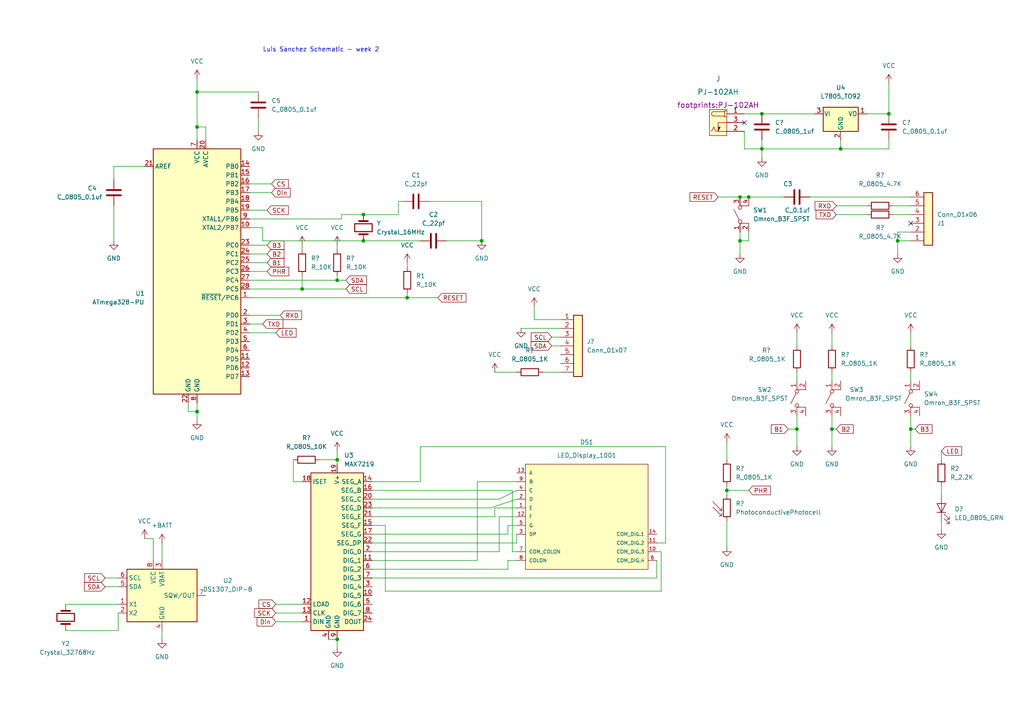
<source format=kicad_sch>
(kicad_sch (version 20211123) (generator eeschema)
  (paper "A4")
  (lib_symbols
    (symbol "HPS:+BATT" (power) (pin_names (offset 0))
      (property "Value" "+BATT" (at 0 3.556 0))
      (symbol "+BATT_1_1"
        (pin power_in line (at 0 0 90) (length 0) hide (name "+BATT") (number "1"))
      )
    )
    (symbol "HPS:ATmega328-PU"
      (property "Reference" "U" (at -11.43 39.37 0))
      (property "Value" "ATmega328-PU" (at -17.78 38.1 0))
      (symbol "ATmega328-PU_1_1"
        (pin tri_state line (at 15.24 -7.62 180) (length 2.54) (name "~{RESET}/PC6") (number "1"))
        (pin tri_state line (at 15.24 12.7 180) (length 2.54) (name "XTAL2/PB7") (number "10"))
        (pin tri_state line (at 15.24 -25.4 180) (length 2.54) (name "PD5") (number "11"))
        (pin tri_state line (at 15.24 -27.94 180) (length 2.54) (name "PD6") (number "12"))
        (pin tri_state line (at 15.24 -30.48 180) (length 2.54) (name "PD7") (number "13"))
        (pin tri_state line (at 15.24 30.48 180) (length 2.54) (name "PB0") (number "14"))
        (pin tri_state line (at 15.24 27.94 180) (length 2.54) (name "PB1") (number "15"))
        (pin tri_state line (at 15.24 25.4 180) (length 2.54) (name "PB2") (number "16"))
        (pin tri_state line (at 15.24 22.86 180) (length 2.54) (name "PB3") (number "17"))
        (pin tri_state line (at 15.24 20.32 180) (length 2.54) (name "PB4") (number "18"))
        (pin tri_state line (at 15.24 17.78 180) (length 2.54) (name "PB5") (number "19"))
        (pin tri_state line (at 15.24 -12.7 180) (length 2.54) (name "PD0") (number "2"))
        (pin power_in line (at 2.54 38.1 270) (length 2.54) (name "AVCC") (number "20"))
        (pin passive line (at -15.24 30.48 0) (length 2.54) (name "AREF") (number "21"))
        (pin power_in line (at -2.54 -38.1 90) (length 2.54) (name "GND") (number "22"))
        (pin tri_state line (at 15.24 7.62 180) (length 2.54) (name "PC0") (number "23"))
        (pin tri_state line (at 15.24 5.08 180) (length 2.54) (name "PC1") (number "24"))
        (pin tri_state line (at 15.24 2.54 180) (length 2.54) (name "PC2") (number "25"))
        (pin tri_state line (at 15.24 0 180) (length 2.54) (name "PC3") (number "26"))
        (pin tri_state line (at 15.24 -2.54 180) (length 2.54) (name "PC4") (number "27"))
        (pin tri_state line (at 15.24 -5.08 180) (length 2.54) (name "PC5") (number "28"))
        (pin tri_state line (at 15.24 -15.24 180) (length 2.54) (name "PD1") (number "3"))
        (pin tri_state line (at 15.24 -17.78 180) (length 2.54) (name "PD2") (number "4"))
        (pin tri_state line (at 15.24 -20.32 180) (length 2.54) (name "PD3") (number "5"))
        (pin tri_state line (at 15.24 -22.86 180) (length 2.54) (name "PD4") (number "6"))
        (pin power_in line (at 0 38.1 270) (length 2.54) (name "VCC") (number "7"))
        (pin power_in line (at 0 -38.1 90) (length 2.54) (name "GND") (number "8"))
        (pin tri_state line (at 15.24 15.24 180) (length 2.54) (name "XTAL1/PB6") (number "9"))
      )
    )
    (symbol "HPS:C_0805_0.1uf" (pin_numbers hide) (pin_names (offset 0.254))
      (property "Reference" "C" (at 0.635 2.54 0))
      (property "Value" "C_0805_0.1uf" (at 0.635 -2.54 0))
      (symbol "C_0805_0.1uf_1_1"
        (pin passive line (at 0 3.81 270) (length 2.794) (name "~") (number "1"))
        (pin passive line (at 0 -3.81 90) (length 2.794) (name "~") (number "2"))
      )
    )
    (symbol "HPS:C_0805_1uf" (pin_numbers hide) (pin_names (offset 0.254))
      (property "Reference" "C" (at 0.635 2.54 0))
      (property "Value" "C_0805_1uf" (at 0.635 -2.54 0))
      (symbol "C_0805_1uf_1_1"
        (pin passive line (at 0 3.81 270) (length 2.794) (name "~") (number "1"))
        (pin passive line (at 0 -3.81 90) (length 2.794) (name "~") (number "2"))
      )
    )
    (symbol "HPS:C_0805_22pf" (pin_numbers hide) (pin_names (offset 0.254))
      (property "Reference" "C" (at 0.635 2.54 0))
      (property "Value" "C_0805_22pf" (at 0.635 -2.54 0))
      (symbol "C_0805_22pf_1_1"
        (pin passive line (at 0 3.81 270) (length 2.794) (name "~") (number "1"))
        (pin passive line (at 0 -3.81 90) (length 2.794) (name "~") (number "2"))
      )
    )
    (symbol "HPS:Conn_01x06" (pin_names (offset 1.016) hide)
      (property "Reference" "J" (at 0 7.62 0))
      (property "Value" "Conn_01x06" (at 0 -10.16 0))
      (symbol "Conn_01x06_1_1"
        (pin passive line (at -5.08 5.08 0) (length 3.81) (name "Pin_1") (number "1"))
        (pin passive line (at -5.08 2.54 0) (length 3.81) (name "Pin_2") (number "2"))
        (pin passive line (at -5.08 0 0) (length 3.81) (name "Pin_3") (number "3"))
        (pin passive line (at -5.08 -2.54 0) (length 3.81) (name "Pin_4") (number "4"))
        (pin passive line (at -5.08 -5.08 0) (length 3.81) (name "Pin_5") (number "5"))
        (pin passive line (at -5.08 -7.62 0) (length 3.81) (name "Pin_6") (number "6"))
      )
    )
    (symbol "HPS:Conn_01x07" (pin_names (offset 1.016) hide)
      (property "Reference" "J" (at 0 10.16 0))
      (property "Value" "Conn_01x07" (at 0 -10.16 0))
      (symbol "Conn_01x07_1_1"
        (pin passive line (at -5.08 7.62 0) (length 3.81) (name "Pin_1") (number "1"))
        (pin passive line (at -5.08 5.08 0) (length 3.81) (name "Pin_2") (number "2"))
        (pin passive line (at -5.08 2.54 0) (length 3.81) (name "Pin_3") (number "3"))
        (pin passive line (at -5.08 0 0) (length 3.81) (name "Pin_4") (number "4"))
        (pin passive line (at -5.08 -2.54 0) (length 3.81) (name "Pin_5") (number "5"))
        (pin passive line (at -5.08 -5.08 0) (length 3.81) (name "Pin_6") (number "6"))
        (pin passive line (at -5.08 -7.62 0) (length 3.81) (name "Pin_7") (number "7"))
      )
    )
    (symbol "HPS:Crystal_16MHz" (pin_numbers hide) (pin_names (offset 1.016) hide)
      (property "Reference" "Y" (at 0 3.81 0))
      (property "Value" "Crystal_16MHz" (at 0 -3.81 0))
      (symbol "Crystal_16MHz_1_1"
        (pin passive line (at -3.81 0 0) (length 1.27) (name "1") (number "1"))
        (pin passive line (at 3.81 0 180) (length 1.27) (name "2") (number "2"))
      )
    )
    (symbol "HPS:Crystal_32768Hz" (pin_numbers hide) (pin_names (offset 1.016) hide)
      (property "Reference" "Y" (at 0 3.81 0))
      (property "Value" "Crystal_32768Hz" (at 0 -3.81 0))
      (symbol "Crystal_32768Hz_1_1"
        (pin passive line (at -3.81 0 0) (length 1.27) (name "1") (number "1"))
        (pin passive line (at 3.81 0 180) (length 1.27) (name "2") (number "2"))
      )
    )
    (symbol "HPS:DS1307_DIP-8"
      (property "Reference" "U" (at -8.89 8.89 0))
      (property "Value" "DS1307_DIP-8" (at 1.27 8.89 0))
      (symbol "DS1307_DIP-8_1_1"
        (pin input line (at -12.7 -2.54 0) (length 2.54) (name "X1") (number "1"))
        (pin input line (at -12.7 -5.08 0) (length 2.54) (name "X2") (number "2"))
        (pin power_in line (at 0 10.16 270) (length 2.54) (name "VBAT") (number "3"))
        (pin power_in line (at 0 -10.16 90) (length 2.54) (name "GND") (number "4"))
        (pin bidirectional line (at -12.7 2.54 0) (length 2.54) (name "SDA") (number "5"))
        (pin input line (at -12.7 5.08 0) (length 2.54) (name "SCL") (number "6"))
        (pin open_collector line (at 12.7 0 180) (length 2.54) (name "SQW/OUT") (number "7"))
        (pin power_in line (at -2.54 10.16 270) (length 2.54) (name "VCC") (number "8"))
      )
    )
    (symbol "HPS:GND" (power) (pin_names (offset 0))
      (property "Value" "GND" (at 0 -3.81 0))
      (symbol "GND_1_1"
        (pin power_in line (at 0 0 270) (length 0) hide (name "GND") (number "1"))
      )
    )
    (symbol "HPS:L7805_TO92" (pin_names (offset 0.254))
      (property "Reference" "U" (at -5.08 6.35 0))
      (property "Value" "L7805_TO92" (at -5.08 3.81 0))
      (symbol "L7805_TO92_1_1"
        (pin power_out line (at 7.62 0 180) (length 2.54) (name "VO") (number "1"))
        (pin power_in line (at 0 -7.62 90) (length 2.54) (name "GND") (number "2"))
        (pin power_in line (at -7.62 0 0) (length 2.54) (name "VI") (number "3"))
      )
    )
    (symbol "HPS:LED_0805_GRN" (pin_numbers hide) (pin_names (offset 1.016) hide)
      (property "Reference" "D" (at 0 2.54 0))
      (property "Value" "LED_0805_GRN" (at 0 -2.54 0))
      (symbol "LED_0805_GRN_1_1"
        (pin passive line (at -3.81 0 0) (length 2.54) (name "K") (number "1"))
        (pin passive line (at 3.81 0 180) (length 2.54) (name "A") (number "2"))
      )
    )
    (symbol "HPS:LED_Display_1001" (pin_names (offset 1.016))
      (property "Reference" "DS" (at 5.08 24.13 0))
      (property "Value" "LED_Display_1001" (at 5.08 21.59 0))
      (symbol "LED_Display_1001_1_1"
        (pin passive line (at 43.18 7.62 180) (length 2.54) (name "E") (number "1"))
        (pin passive line (at 2.54 -5.08 0) (length 2.54) (name "COM_DIG.3") (number "10"))
        (pin passive line (at 2.54 -2.54 0) (length 2.54) (name "COM_DIG.2") (number "11"))
        (pin passive line (at 43.18 5.08 180) (length 2.54) (name "F") (number "12"))
        (pin passive line (at 43.18 17.78 180) (length 2.54) (name "A") (number "13"))
        (pin passive line (at 2.54 0 0) (length 2.54) (name "COM_DIG.1") (number "14"))
        (pin passive line (at 43.18 10.16 180) (length 2.54) (name "D") (number "2"))
        (pin passive line (at 43.18 0 180) (length 2.54) (name "DP") (number "3"))
        (pin passive line (at 43.18 12.7 180) (length 2.54) (name "C") (number "4"))
        (pin passive line (at 43.18 2.54 180) (length 2.54) (name "G") (number "5"))
        (pin passive line (at 2.54 -7.62 0) (length 2.54) (name "COM_DIG.4") (number "6"))
        (pin passive line (at 43.18 -5.08 180) (length 2.54) (name "COM_COLON") (number "7"))
        (pin passive line (at 43.18 -7.62 180) (length 2.54) (name "COLON") (number "8"))
        (pin passive line (at 43.18 15.24 180) (length 2.54) (name "B") (number "9"))
      )
    )
    (symbol "HPS:MAX7219"
      (property "Reference" "U" (at -6.35 24.13 0))
      (property "Value" "MAX7219" (at 0 25.4 0))
      (symbol "MAX7219_1_1"
        (pin input line (at -10.16 -20.32 0) (length 2.54) (name "DIN") (number "1"))
        (pin output line (at 10.16 -12.7 180) (length 2.54) (name "DIG_5") (number "10"))
        (pin output line (at 10.16 -2.54 180) (length 2.54) (name "DIG_1") (number "11"))
        (pin input line (at -10.16 -15.24 0) (length 2.54) (name "LOAD") (number "12"))
        (pin input line (at -10.16 -17.78 0) (length 2.54) (name "CLK") (number "13"))
        (pin output line (at 10.16 20.32 180) (length 2.54) (name "SEG_A") (number "14"))
        (pin output line (at 10.16 7.62 180) (length 2.54) (name "SEG_F") (number "15"))
        (pin output line (at 10.16 17.78 180) (length 2.54) (name "SEG_B") (number "16"))
        (pin output line (at 10.16 5.08 180) (length 2.54) (name "SEG_G") (number "17"))
        (pin input line (at -10.16 20.32 0) (length 2.54) (name "ISET") (number "18"))
        (pin power_in line (at 0 25.4 270) (length 2.54) (name "V+") (number "19"))
        (pin output line (at 10.16 0 180) (length 2.54) (name "DIG_0") (number "2"))
        (pin output line (at 10.16 15.24 180) (length 2.54) (name "SEG_C") (number "20"))
        (pin output line (at 10.16 10.16 180) (length 2.54) (name "SEG_E") (number "21"))
        (pin output line (at 10.16 2.54 180) (length 2.54) (name "SEG_DP") (number "22"))
        (pin output line (at 10.16 12.7 180) (length 2.54) (name "SEG_D") (number "23"))
        (pin output line (at 10.16 -20.32 180) (length 2.54) (name "DOUT") (number "24"))
        (pin output line (at 10.16 -10.16 180) (length 2.54) (name "DIG_4") (number "3"))
        (pin power_in line (at -2.54 -25.4 90) (length 2.54) (name "GND") (number "4"))
        (pin output line (at 10.16 -15.24 180) (length 2.54) (name "DIG_6") (number "5"))
        (pin output line (at 10.16 -5.08 180) (length 2.54) (name "DIG_2") (number "6"))
        (pin output line (at 10.16 -7.62 180) (length 2.54) (name "DIG_3") (number "7"))
        (pin output line (at 10.16 -17.78 180) (length 2.54) (name "DIG_7") (number "8"))
        (pin power_in line (at 0 -25.4 90) (length 2.54) (name "GND") (number "9"))
      )
    )
    (symbol "HPS:Omron_B3F_SPST" (pin_names (offset 0) hide)
      (property "Reference" "SW" (at 0 5.08 0))
      (property "Value" "Omron_B3F_SPST" (at 0 2.54 0))
      (symbol "Omron_B3F_SPST_1_1"
        (pin passive line (at -5.08 0 0) (length 2.54) (name "A") (number "1"))
        (pin passive line (at -5.08 -2.54 0) (length 2.54) (name "A") (number "2"))
        (pin passive line (at 5.08 0 180) (length 2.54) (name "B") (number "3"))
        (pin passive line (at 5.08 -2.54 180) (length 2.54) (name "B") (number "4"))
      )
    )
    (symbol "HPS:PJ-102AH" (pin_names (offset 1.016) hide)
      (property "Reference" "J" (at -2.54 5.08 0))
      (property "Value" "PJ-102AH" (at 0 -5.334 0))
      (property "Footprint" "footprints:PJ-102AH" (at 0 -7.874 0))
      (symbol "PJ-102AH_1_1"
        (pin passive line (at 5.08 2.54 180) (length 5.08) (name "POLE") (number "1"))
        (pin passive line (at 5.08 -2.54 180) (length 5.08) (name "OUT") (number "2"))
        (pin passive line (at 5.08 0 180) (length 5.08) (name "OUT") (number "3"))
      )
    )
    (symbol "HPS:PhotoconductivePhotocell" (pin_numbers hide) (pin_names (offset 0))
      (property "Reference" "R" (at 5.08 1.27 0))
      (property "Value" "PhotoconductivePhotocell" (at 13.97 0 0))
      (symbol "PhotoconductivePhotocell_1_1"
        (pin passive line (at 0 3.81 270) (length 1.27) (name "~") (number "1"))
        (pin passive line (at 0 -3.81 90) (length 1.27) (name "~") (number "2"))
      )
    )
    (symbol "HPS:R_0805_10K" (pin_numbers hide) (pin_names (offset 0))
      (property "Reference" "R" (at 2.032 0 90))
      (property "Value" "R_0805_10K" (at -2.54 0 90))
      (symbol "R_0805_10K_1_1"
        (pin passive line (at 0 3.81 270) (length 1.27) (name "~") (number "1"))
        (pin passive line (at 0 -3.81 90) (length 1.27) (name "~") (number "2"))
      )
    )
    (symbol "HPS:R_0805_1K" (pin_numbers hide) (pin_names (offset 0))
      (property "Reference" "R" (at 2.032 0 90))
      (property "Value" "R_0805_1K" (at -2.54 0 90))
      (symbol "R_0805_1K_1_1"
        (pin passive line (at 0 3.81 270) (length 1.27) (name "~") (number "1"))
        (pin passive line (at 0 -3.81 90) (length 1.27) (name "~") (number "2"))
      )
    )
    (symbol "HPS:R_0805_2.2K" (pin_numbers hide) (pin_names (offset 0))
      (property "Reference" "R" (at 2.032 0 90))
      (property "Value" "R_0805_2.2K" (at -2.54 0 90))
      (symbol "R_0805_2.2K_1_1"
        (pin passive line (at 0 3.81 270) (length 1.27) (name "~") (number "1"))
        (pin passive line (at 0 -3.81 90) (length 1.27) (name "~") (number "2"))
      )
    )
    (symbol "HPS:R_0805_4.7K" (pin_numbers hide) (pin_names (offset 0))
      (property "Reference" "R" (at 2.032 0 90))
      (property "Value" "R_0805_4.7K" (at -2.54 0 90))
      (symbol "R_0805_4.7K_1_1"
        (pin passive line (at 0 3.81 270) (length 1.27) (name "~") (number "1"))
        (pin passive line (at 0 -3.81 90) (length 1.27) (name "~") (number "2"))
      )
    )
    (symbol "HPS:VCC" (power) (pin_names (offset 0))
      (property "Value" "VCC" (at 0 3.81 0))
      (symbol "VCC_1_1"
        (pin power_in line (at 0 0 90) (length 0) hide (name "VCC") (number "1"))
      )
    )
  )
  (junction (at 220.98 33.02))
  (junction (at 210.82 142.24))
  (junction (at 217.17 57.15))
  (junction (at 139.7 69.85))
  (junction (at 57.15 26.67))
  (junction (at 97.79 133.35))
  (junction (at 105.41 62.23))
  (junction (at 257.81 33.02))
  (junction (at 97.79 81.28))
  (junction (at 231.14 124.46))
  (junction (at 57.15 119.38))
  (junction (at 241.3 124.46))
  (junction (at 105.41 69.85))
  (junction (at 260.35 69.85))
  (junction (at 57.15 36.83))
  (junction (at 243.84 43.18))
  (junction (at 87.63 83.82))
  (junction (at 97.79 185.42))
  (junction (at 220.98 43.18))
  (junction (at 118.11 86.36))
  (junction (at 264.16 124.46))
  (junction (at 214.63 57.15))
  (junction (at 214.63 69.85))
  (no_connect (at 215.9 35.56))
  (no_connect (at 264.16 64.77))
  (wire (pts (xy 118.11 76.2) (xy 118.11 77.47)))
  (wire (pts (xy 107.95 162.56) (xy 138.43 162.56)))
  (wire (pts (xy 273.05 151.13) (xy 273.05 153.67)))
  (wire (pts (xy 59.69 36.83) (xy 59.69 40.64)))
  (wire (pts (xy 57.15 36.83) (xy 59.69 36.83)))
  (wire (pts (xy 76.2 69.85) (xy 76.2 66.04)))
  (wire (pts (xy 97.79 185.42) (xy 97.79 187.96)))
  (wire (pts (xy 46.99 157.48) (xy 46.99 162.56)))
  (wire (pts (xy 251.46 62.23) (xy 242.57 62.23)))
  (wire (pts (xy 41.91 156.21) (xy 44.45 156.21)))
  (wire (pts (xy 210.82 140.97) (xy 210.82 142.24)))
  (wire (pts (xy 143.51 147.32) (xy 149.86 147.32)))
  (wire (pts (xy 151.13 95.25) (xy 162.56 95.25)))
  (wire (pts (xy 97.79 80.01) (xy 97.79 81.28)))
  (wire (pts (xy 147.32 152.4) (xy 149.86 152.4)))
  (wire (pts (xy 99.06 62.23) (xy 105.41 62.23)))
  (wire (pts (xy 217.17 57.15) (xy 227.33 57.15)))
  (wire (pts (xy 80.01 177.8) (xy 87.63 177.8)))
  (wire (pts (xy 143.51 149.86) (xy 143.51 147.32)))
  (wire (pts (xy 144.78 160.02) (xy 144.78 149.86)))
  (wire (pts (xy 33.02 52.07) (xy 33.02 48.26)))
  (wire (pts (xy 78.74 55.88) (xy 72.39 55.88)))
  (wire (pts (xy 97.79 71.12) (xy 97.79 72.39)))
  (wire (pts (xy 142.24 147.32) (xy 149.86 144.78)))
  (wire (pts (xy 72.39 96.52) (xy 80.01 96.52)))
  (wire (pts (xy 124.46 58.42) (xy 139.7 58.42)))
  (wire (pts (xy 191.77 171.45) (xy 191.77 160.02)))
  (wire (pts (xy 115.57 58.42) (xy 116.84 58.42)))
  (wire (pts (xy 97.79 81.28) (xy 72.39 81.28)))
  (wire (pts (xy 85.09 133.35) (xy 85.09 139.7)))
  (wire (pts (xy 33.02 59.69) (xy 33.02 69.85)))
  (wire (pts (xy 264.16 67.31) (xy 260.35 67.31)))
  (wire (pts (xy 138.43 162.56) (xy 138.43 139.7)))
  (wire (pts (xy 72.39 86.36) (xy 118.11 86.36)))
  (wire (pts (xy 105.41 62.23) (xy 115.57 62.23)))
  (wire (pts (xy 19.05 175.26) (xy 34.29 175.26)))
  (wire (pts (xy 193.04 157.48) (xy 193.04 129.54)))
  (wire (pts (xy 80.01 175.26) (xy 87.63 175.26)))
  (wire (pts (xy 264.16 124.46) (xy 264.16 129.54)))
  (wire (pts (xy 97.79 130.81) (xy 97.79 133.35)))
  (wire (pts (xy 57.15 26.67) (xy 74.93 26.67)))
  (wire (pts (xy 144.78 144.78) (xy 149.86 142.24)))
  (wire (pts (xy 215.9 43.18) (xy 220.98 43.18)))
  (wire (pts (xy 260.35 67.31) (xy 260.35 69.85)))
  (wire (pts (xy 107.95 165.1) (xy 147.32 165.1)))
  (wire (pts (xy 210.82 151.13) (xy 210.82 158.75)))
  (wire (pts (xy 85.09 139.7) (xy 87.63 139.7)))
  (wire (pts (xy 264.16 120.65) (xy 264.16 124.46)))
  (wire (pts (xy 193.04 129.54) (xy 121.92 129.54)))
  (wire (pts (xy 242.57 59.69) (xy 251.46 59.69)))
  (wire (pts (xy 215.9 38.1) (xy 215.9 43.18)))
  (wire (pts (xy 72.39 63.5) (xy 99.06 63.5)))
  (wire (pts (xy 107.95 149.86) (xy 143.51 149.86)))
  (wire (pts (xy 149.86 160.02) (xy 148.59 160.02)))
  (wire (pts (xy 30.48 170.18) (xy 34.29 170.18)))
  (wire (pts (xy 147.32 162.56) (xy 149.86 162.56)))
  (wire (pts (xy 99.06 63.5) (xy 99.06 62.23)))
  (wire (pts (xy 160.02 97.79) (xy 162.56 97.79)))
  (wire (pts (xy 220.98 43.18) (xy 220.98 45.72)))
  (wire (pts (xy 57.15 119.38) (xy 57.15 121.92)))
  (wire (pts (xy 241.3 96.52) (xy 241.3 100.33)))
  (wire (pts (xy 264.16 57.15) (xy 234.95 57.15)))
  (wire (pts (xy 107.95 167.64) (xy 190.5 167.64)))
  (wire (pts (xy 77.47 73.66) (xy 72.39 73.66)))
  (wire (pts (xy 121.92 139.7) (xy 107.95 139.7)))
  (wire (pts (xy 148.59 160.02) (xy 148.59 142.24)))
  (wire (pts (xy 100.33 83.82) (xy 87.63 83.82)))
  (wire (pts (xy 243.84 43.18) (xy 243.84 40.64)))
  (wire (pts (xy 72.39 53.34) (xy 78.74 53.34)))
  (wire (pts (xy 190.5 167.64) (xy 190.5 162.56)))
  (wire (pts (xy 259.08 59.69) (xy 264.16 59.69)))
  (wire (pts (xy 74.93 34.29) (xy 74.93 38.1)))
  (wire (pts (xy 72.39 78.74) (xy 77.47 78.74)))
  (wire (pts (xy 215.9 33.02) (xy 220.98 33.02)))
  (wire (pts (xy 208.28 57.15) (xy 214.63 57.15)))
  (wire (pts (xy 264.16 62.23) (xy 259.08 62.23)))
  (wire (pts (xy 143.51 107.95) (xy 149.86 107.95)))
  (wire (pts (xy 190.5 157.48) (xy 193.04 157.48)))
  (wire (pts (xy 107.95 160.02) (xy 144.78 160.02)))
  (wire (pts (xy 100.33 81.28) (xy 97.79 81.28)))
  (wire (pts (xy 273.05 143.51) (xy 273.05 140.97)))
  (wire (pts (xy 154.94 88.9) (xy 154.94 92.71)))
  (wire (pts (xy 154.94 92.71) (xy 162.56 92.71)))
  (wire (pts (xy 217.17 57.15) (xy 214.63 57.15)))
  (wire (pts (xy 148.59 142.24) (xy 107.95 142.24)))
  (wire (pts (xy 33.02 48.26) (xy 41.91 48.26)))
  (wire (pts (xy 129.54 69.85) (xy 139.7 69.85)))
  (wire (pts (xy 257.81 24.13) (xy 257.81 33.02)))
  (wire (pts (xy 157.48 107.95) (xy 162.56 107.95)))
  (wire (pts (xy 121.92 129.54) (xy 121.92 139.7)))
  (wire (pts (xy 54.61 116.84) (xy 54.61 119.38)))
  (wire (pts (xy 251.46 33.02) (xy 257.81 33.02)))
  (wire (pts (xy 107.95 157.48) (xy 149.86 157.48)))
  (wire (pts (xy 76.2 66.04) (xy 72.39 66.04)))
  (wire (pts (xy 220.98 40.64) (xy 220.98 43.18)))
  (wire (pts (xy 46.99 182.88) (xy 46.99 185.42)))
  (wire (pts (xy 115.57 62.23) (xy 115.57 58.42)))
  (wire (pts (xy 105.41 69.85) (xy 121.92 69.85)))
  (wire (pts (xy 243.84 43.18) (xy 257.81 43.18)))
  (wire (pts (xy 105.41 69.85) (xy 76.2 69.85)))
  (wire (pts (xy 111.76 152.4) (xy 111.76 171.45)))
  (wire (pts (xy 214.63 67.31) (xy 214.63 69.85)))
  (wire (pts (xy 138.43 139.7) (xy 149.86 139.7)))
  (wire (pts (xy 57.15 116.84) (xy 57.15 119.38)))
  (wire (pts (xy 144.78 149.86) (xy 149.86 149.86)))
  (wire (pts (xy 80.01 180.34) (xy 87.63 180.34)))
  (wire (pts (xy 214.63 69.85) (xy 217.17 69.85)))
  (wire (pts (xy 54.61 119.38) (xy 57.15 119.38)))
  (wire (pts (xy 210.82 128.27) (xy 210.82 133.35)))
  (wire (pts (xy 107.95 152.4) (xy 111.76 152.4)))
  (wire (pts (xy 160.02 100.33) (xy 162.56 100.33)))
  (wire (pts (xy 228.6 124.46) (xy 231.14 124.46)))
  (wire (pts (xy 220.98 33.02) (xy 236.22 33.02)))
  (wire (pts (xy 217.17 69.85) (xy 217.17 67.31)))
  (wire (pts (xy 57.15 36.83) (xy 57.15 40.64)))
  (wire (pts (xy 147.32 165.1) (xy 147.32 162.56)))
  (wire (pts (xy 260.35 69.85) (xy 260.35 73.66)))
  (wire (pts (xy 107.95 144.78) (xy 144.78 144.78)))
  (wire (pts (xy 87.63 71.12) (xy 87.63 72.39)))
  (wire (pts (xy 107.95 147.32) (xy 142.24 147.32)))
  (wire (pts (xy 19.05 182.88) (xy 34.29 182.88)))
  (wire (pts (xy 87.63 80.01) (xy 87.63 83.82)))
  (wire (pts (xy 72.39 71.12) (xy 77.47 71.12)))
  (wire (pts (xy 34.29 182.88) (xy 34.29 177.8)))
  (wire (pts (xy 264.16 96.52) (xy 264.16 100.33)))
  (wire (pts (xy 191.77 160.02) (xy 190.5 160.02)))
  (wire (pts (xy 231.14 120.65) (xy 231.14 124.46)))
  (wire (pts (xy 139.7 58.42) (xy 139.7 69.85)))
  (wire (pts (xy 257.81 43.18) (xy 257.81 40.64)))
  (wire (pts (xy 210.82 142.24) (xy 217.17 142.24)))
  (wire (pts (xy 264.16 107.95) (xy 264.16 110.49)))
  (wire (pts (xy 231.14 124.46) (xy 231.14 129.54)))
  (wire (pts (xy 57.15 26.67) (xy 57.15 36.83)))
  (wire (pts (xy 147.32 154.94) (xy 147.32 152.4)))
  (wire (pts (xy 57.15 22.86) (xy 57.15 26.67)))
  (wire (pts (xy 118.11 86.36) (xy 127 86.36)))
  (wire (pts (xy 72.39 91.44) (xy 81.28 91.44)))
  (wire (pts (xy 76.2 93.98) (xy 72.39 93.98)))
  (wire (pts (xy 30.48 167.64) (xy 34.29 167.64)))
  (wire (pts (xy 214.63 69.85) (xy 214.63 73.66)))
  (wire (pts (xy 242.57 124.46) (xy 241.3 124.46)))
  (wire (pts (xy 97.79 133.35) (xy 97.79 134.62)))
  (wire (pts (xy 111.76 171.45) (xy 191.77 171.45)))
  (wire (pts (xy 72.39 60.96) (xy 77.47 60.96)))
  (wire (pts (xy 231.14 107.95) (xy 231.14 110.49)))
  (wire (pts (xy 77.47 76.2) (xy 72.39 76.2)))
  (wire (pts (xy 44.45 156.21) (xy 44.45 162.56)))
  (wire (pts (xy 118.11 86.36) (xy 118.11 85.09)))
  (wire (pts (xy 97.79 133.35) (xy 92.71 133.35)))
  (wire (pts (xy 210.82 142.24) (xy 210.82 143.51)))
  (wire (pts (xy 107.95 154.94) (xy 147.32 154.94)))
  (wire (pts (xy 264.16 69.85) (xy 260.35 69.85)))
  (wire (pts (xy 149.86 157.48) (xy 149.86 154.94)))
  (wire (pts (xy 231.14 96.52) (xy 231.14 100.33)))
  (wire (pts (xy 265.43 124.46) (xy 264.16 124.46)))
  (wire (pts (xy 241.3 124.46) (xy 241.3 129.54)))
  (wire (pts (xy 220.98 43.18) (xy 243.84 43.18)))
  (wire (pts (xy 273.05 133.35) (xy 273.05 130.81)))
  (wire (pts (xy 97.79 185.42) (xy 95.25 185.42)))
  (wire (pts (xy 87.63 83.82) (xy 72.39 83.82)))
  (wire (pts (xy 241.3 120.65) (xy 241.3 124.46)))
  (wire (pts (xy 241.3 107.95) (xy 241.3 110.49)))
  (text "Luis Sanchez Schematic - week 2" (at 76.2 15.24 0) (effects (font (size 1.27 1.27)) (justify left bottom)))
  (global_label "SCL" (shape input) (at 30.48 167.64 180) (property "Intersheet References" "${INTERSHEET_REFS}" (effects hide)))
  (global_label "Din" (shape input) (at 80.01 180.34 180) (property "Intersheet References" "${INTERSHEET_REFS}" (effects hide)))
  (global_label "TXD" (shape input) (at 76.2 93.98 0) (property "Intersheet References" "${INTERSHEET_REFS}" (effects hide)))
  (global_label "RXD" (shape input) (at 81.28 91.44 0) (property "Intersheet References" "${INTERSHEET_REFS}" (effects hide)))
  (global_label "CS" (shape input) (at 78.74 53.34 0) (property "Intersheet References" "${INTERSHEET_REFS}" (effects hide)))
  (global_label "B1" (shape input) (at 228.6 124.46 180) (property "Intersheet References" "${INTERSHEET_REFS}" (effects hide)))
  (global_label "SDA" (shape input) (at 160.02 100.33 180) (property "Intersheet References" "${INTERSHEET_REFS}" (effects hide)))
  (global_label "B1" (shape input) (at 77.47 76.2 0) (property "Intersheet References" "${INTERSHEET_REFS}" (effects hide)))
  (global_label "CS" (shape input) (at 80.01 175.26 180) (property "Intersheet References" "${INTERSHEET_REFS}" (effects hide)))
  (global_label "SCK" (shape input) (at 80.01 177.8 180) (property "Intersheet References" "${INTERSHEET_REFS}" (effects hide)))
  (global_label "B3" (shape input) (at 265.43 124.46 0) (property "Intersheet References" "${INTERSHEET_REFS}" (effects hide)))
  (global_label "PHR" (shape input) (at 77.47 78.74 0) (property "Intersheet References" "${INTERSHEET_REFS}" (effects hide)))
  (global_label "RXD" (shape input) (at 242.57 59.69 180) (property "Intersheet References" "${INTERSHEET_REFS}" (effects hide)))
  (global_label "SCL" (shape input) (at 160.02 97.79 180) (property "Intersheet References" "${INTERSHEET_REFS}" (effects hide)))
  (global_label "SCK" (shape input) (at 77.47 60.96 0) (property "Intersheet References" "${INTERSHEET_REFS}" (effects hide)))
  (global_label "SCL" (shape input) (at 100.33 83.82 0) (property "Intersheet References" "${INTERSHEET_REFS}" (effects hide)))
  (global_label "B2" (shape input) (at 77.47 73.66 0) (property "Intersheet References" "${INTERSHEET_REFS}" (effects hide)))
  (global_label "Din" (shape input) (at 78.74 55.88 0) (property "Intersheet References" "${INTERSHEET_REFS}" (effects hide)))
  (global_label "RESET" (shape input) (at 127 86.36 0) (property "Intersheet References" "${INTERSHEET_REFS}" (effects hide)))
  (global_label "PHR" (shape input) (at 217.17 142.24 0) (property "Intersheet References" "${INTERSHEET_REFS}" (effects hide)))
  (global_label "TXD" (shape input) (at 242.57 62.23 180) (property "Intersheet References" "${INTERSHEET_REFS}" (effects hide)))
  (global_label "LED" (shape input) (at 273.05 130.81 0) (property "Intersheet References" "${INTERSHEET_REFS}" (effects hide)))
  (global_label "B3" (shape input) (at 77.47 71.12 0) (property "Intersheet References" "${INTERSHEET_REFS}" (effects hide)))
  (global_label "LED" (shape input) (at 80.01 96.52 0) (property "Intersheet References" "${INTERSHEET_REFS}" (effects hide)))
  (global_label "RESET" (shape input) (at 208.28 57.15 180) (property "Intersheet References" "${INTERSHEET_REFS}" (effects hide)))
  (global_label "SDA" (shape input) (at 100.33 81.28 0) (property "Intersheet References" "${INTERSHEET_REFS}" (effects hide)))
  (global_label "SDA" (shape input) (at 30.48 170.18 180) (property "Intersheet References" "${INTERSHEET_REFS}" (effects hide)))
  (global_label "B2" (shape input) (at 242.57 124.46 0) (property "Intersheet References" "${INTERSHEET_REFS}" (effects hide)))
  (symbol (lib_id "HPS:PJ-102AH") (at 210.82 35.56 0) (unit 1)
    (property "Reference" "J" (at 208.28 22.86 0) (effects (font (size 1.524 1.524))))
    (property "Value" "PJ-102AH" (at 208.28 26.67 0) (effects (font (size 1.524 1.524))))
    (property "Footprint" "footprints:PJ-102AH" (at 208.28 30.48 0) (effects (font (size 1.524 1.524))))
    (property "Datasheet" "https://www.cuidevices.com/product/resource/pj-102ah.pdf" (effects hide))
    (property "MFG" "CUI Devices" (effects hide))
    (property "MPN" "PJ-102AH" (effects hide))
    (property "Digikey PN" "CP-102AH-ND" (effects hide))
    (property "Mouser PN" "490-PJ-102AH" (effects hide))
  )
  (symbol (lib_id "HPS:GND") (at 74.93 38.1 0) (unit 1)
    (property "Reference" "#PWR?" (effects hide))
    (property "Value" "GND" (at 74.93 43.18 0))
  )
  (symbol (lib_id "HPS:C_0805_1uf") (at 220.98 36.83 0) (unit 1)
    (property "Reference" "C?" (at 224.79 35.5599 0) (effects (justify left)))
    (property "Value" "C_0805_1uf" (at 224.79 38.0999 0) (effects (justify left)))
    (property "Footprint" "footprints:C_0805_2012Metric" (effects hide))
    (property "Datasheet" "https://www.yageo.com/upload/media/product/productsearch/datasheet/mlcc/UPY-GPHC_X7R_6.3V-to-50V_18.pdf" (effects hide))
    (property "MFG" "Yageo" (effects hide))
    (property "MPN" "CC0805KKX7R8BB105" (effects hide))
    (property "Digikey PN" "311-1456-1-ND" (effects hide))
    (property "Mouser PN" "N/A" (effects hide))
    (property "Voltage" "N/A" (effects hide))
    (property "Dielectric" "N/A" (effects hide))
    (property "Tolerance" "N/A" (effects hide))
  )
  (symbol (lib_id "HPS:GND") (at 220.98 45.72 0) (unit 1)
    (property "Reference" "#PWR?" (effects hide))
    (property "Value" "GND" (at 220.98 50.8 0))
  )
  (symbol (lib_id "HPS:GND") (at 260.35 73.66 0) (unit 1)
    (property "Reference" "#PWR?" (effects hide))
    (property "Value" "GND" (at 260.35 78.74 0))
  )
  (symbol (lib_id "HPS:C_0805_22pf") (at 120.65 58.42 90) (unit 1)
    (property "Reference" "C1" (at 120.65 50.8 90))
    (property "Value" "C_22pf" (at 120.65 53.34 90))
    (property "Footprint" "footprints:C_0805_2012Metric" (effects hide))
    (property "Datasheet" "https://www.yageo.com/upload/media/product/productsearch/datasheet/mlcc/UPY-GP_NP0_16V-to-50V_18.pdf" (effects hide))
    (property "MFG" "Yageo" (effects hide))
    (property "MPN" "CC0805JRNPO9BN220" (effects hide))
    (property "Digikey PN" "311-1103-1-ND" (effects hide))
    (property "Mouser PN" "N/A" (effects hide))
    (property "Voltage" "N/A" (effects hide))
    (property "Dielectric" "N/A" (effects hide))
    (property "Tolerance" "N/A" (effects hide))
  )
  (symbol (lib_id "HPS:VCC") (at 257.81 24.13 0) (unit 1)
    (property "Reference" "#PWR?" (effects hide))
    (property "Value" "VCC" (at 257.81 19.05 0))
  )
  (symbol (lib_id "HPS:Omron_B3F_SPST") (at 264.16 115.57 90) (mirror x) (unit 1)
    (property "Reference" "SW4" (at 267.97 114.2999 90) (effects (justify right)))
    (property "Value" "Omron_B3F_SPST" (at 267.97 116.8399 90) (effects (justify right)))
    (property "Footprint" "footprints:SW_SPST_Omron_B3FS-100xP" (effects hide))
    (property "Datasheet" "https://omronfs.omron.com/en_US/ecb/products/pdf/en-b3fs.pdf" (effects hide))
    (property "MFG" "Omron Electronics Inc-EMC Div" (effects hide))
    (property "MPN" "B3FS-1000P" (effects hide))
    (property "Digikey PN" "SW423CT-ND" (effects hide))
    (property "Mouser PN" "N/A" (effects hide))
  )
  (symbol (lib_id "HPS:GND") (at 33.02 69.85 0) (unit 1)
    (property "Reference" "#PWR?" (effects hide))
    (property "Value" "GND" (at 33.02 74.93 0))
  )
  (symbol (lib_id "HPS:VCC") (at 97.79 130.81 0) (unit 1)
    (property "Reference" "#PWR?" (effects hide))
    (property "Value" "VCC" (at 97.79 125.73 0))
  )
  (symbol (lib_id "HPS:Omron_B3F_SPST") (at 231.14 115.57 90) (mirror x) (unit 1)
    (property "Reference" "SW2" (at 219.71 113.03 90) (effects (justify right)))
    (property "Value" "Omron_B3F_SPST" (at 212.09 115.57 90) (effects (justify right)))
    (property "Footprint" "footprints:SW_SPST_Omron_B3FS-100xP" (effects hide))
    (property "Datasheet" "https://omronfs.omron.com/en_US/ecb/products/pdf/en-b3fs.pdf" (effects hide))
    (property "MFG" "Omron Electronics Inc-EMC Div" (effects hide))
    (property "MPN" "B3FS-1000P" (effects hide))
    (property "Digikey PN" "SW423CT-ND" (effects hide))
    (property "Mouser PN" "N/A" (effects hide))
  )
  (symbol (lib_id "HPS:GND") (at 46.99 185.42 0) (unit 1)
    (property "Reference" "#PWR?" (effects hide))
    (property "Value" "GND" (at 46.99 190.5 0))
  )
  (symbol (lib_id "HPS:GND") (at 273.05 153.67 0) (unit 1)
    (property "Reference" "#PWR?" (effects hide))
    (property "Value" "GND" (at 273.05 158.75 0))
  )
  (symbol (lib_id "HPS:GND") (at 241.3 129.54 0) (unit 1)
    (property "Reference" "#PWR?" (effects hide))
    (property "Value" "GND" (at 241.3 134.62 0))
  )
  (symbol (lib_id "HPS:VCC") (at 241.3 96.52 0) (unit 1)
    (property "Reference" "#PWR?" (effects hide))
    (property "Value" "VCC" (at 241.3 91.44 0))
  )
  (symbol (lib_id "HPS:Omron_B3F_SPST") (at 241.3 115.57 90) (mirror x) (unit 1)
    (property "Reference" "SW3" (at 246.38 113.03 90) (effects (justify right)))
    (property "Value" "Omron_B3F_SPST" (at 245.11 115.57 90) (effects (justify right)))
    (property "Footprint" "footprints:SW_SPST_Omron_B3FS-100xP" (effects hide))
    (property "Datasheet" "https://omronfs.omron.com/en_US/ecb/products/pdf/en-b3fs.pdf" (effects hide))
    (property "MFG" "Omron Electronics Inc-EMC Div" (effects hide))
    (property "MPN" "B3FS-1000P" (effects hide))
    (property "Digikey PN" "SW423CT-ND" (effects hide))
    (property "Mouser PN" "N/A" (effects hide))
  )
  (symbol (lib_id "HPS:Omron_B3F_SPST") (at 214.63 62.23 90) (unit 1)
    (property "Reference" "SW1" (at 218.44 60.9599 90) (effects (justify right)))
    (property "Value" "Omron_B3F_SPST" (at 218.44 63.4999 90) (effects (justify right)))
    (property "Footprint" "footprints:SW_SPST_Omron_B3FS-100xP" (effects hide))
    (property "Datasheet" "https://omronfs.omron.com/en_US/ecb/products/pdf/en-b3fs.pdf" (effects hide))
    (property "MFG" "Omron Electronics Inc-EMC Div" (effects hide))
    (property "MPN" "B3FS-1000P" (effects hide))
    (property "Digikey PN" "SW423CT-ND" (effects hide))
    (property "Mouser PN" "N/A" (effects hide))
  )
  (symbol (lib_id "HPS:VCC") (at 118.11 76.2 0) (unit 1)
    (property "Reference" "#PWR?" (effects hide))
    (property "Value" "VCC" (at 118.11 71.12 0))
  )
  (symbol (lib_id "HPS:ATmega328-PU") (at 57.15 78.74 0) (unit 1)
    (property "Reference" "U1" (at 40.64 85.09 0))
    (property "Value" "ATmega328-PU" (at 34.29 87.63 0))
    (property "Footprint" "footprints:DIP-28_W7.62mm" (effects hide))
    (property "Datasheet" "http://www.microchip.com/mymicrochip/filehandler.aspx?ddocname=en608326" (effects hide))
    (property "MFG" "On Shore Technology Inc." (effects hide))
    (property "MPN" "ED281DT" (effects hide))
    (property "Digikey PN" "ED3050-5-ND" (effects hide))
    (property "Mouser PN" "N/A" (effects hide))
  )
  (symbol (lib_id "HPS:Crystal_32768Hz") (at 19.05 179.07 270) (unit 1)
    (property "Reference" "Y2" (at 17.78 186.69 90) (effects (justify left)))
    (property "Value" "Crystal_32768Hz" (at 11.43 189.23 90) (effects (justify left)))
    (property "Footprint" "footprints:Crystal_SMD_2Pin_3.2x1.5mm" (effects hide))
    (property "Datasheet" "https://www.jauch.com/downloadfile/57fde22d50dbf_d3c203011c87952f2834/jtx310-auto-2-210512.pdf" (effects hide))
    (property "MFG" "Jauch Quartz" (effects hide))
    (property "MPN" "Q 0,032768-JTX310-12,5-20-T1-HMR-50K-LF" (effects hide))
    (property "Digikey PN" "1908-1314-1-ND" (effects hide))
    (property "Mouser PN" "N/A" (effects hide))
  )
  (symbol (lib_id "HPS:GND") (at 151.13 95.25 0) (unit 1)
    (property "Reference" "#PWR?" (effects hide))
    (property "Value" "GND" (at 151.13 100.33 0))
  )
  (symbol (lib_id "HPS:GND") (at 97.79 187.96 0) (unit 1)
    (property "Reference" "#PWR?" (effects hide))
    (property "Value" "GND" (at 97.79 193.04 0))
  )
  (symbol (lib_id "HPS:R_0805_10K") (at 88.9 133.35 90) (unit 1)
    (property "Reference" "R?" (at 88.9 127 90))
    (property "Value" "R_0805_10K" (at 88.9 129.54 90))
    (property "Footprint" "footprints:R_0805_2012Metric" (effects hide))
    (property "Datasheet" "https://www.digikey.com/en/products/detail/yageo/RC0805FR-0710KL/727535" (effects hide))
    (property "MFG" "Yageo" (effects hide))
    (property "MPN" "RC0805FR-0710KL" (effects hide))
    (property "Digikey PN" "311-10.0KCRCT-ND" (effects hide))
    (property "Mouser PN" "N/A" (effects hide))
    (property "Power" "N/A" (effects hide))
    (property "Tolerance" "N/A" (effects hide))
  )
  (symbol (lib_id "HPS:R_0805_1K") (at 241.3 104.14 0) (unit 1)
    (property "Reference" "R?" (at 243.84 102.8699 0) (effects (justify left)))
    (property "Value" "R_0805_1K" (at 243.84 105.4099 0) (effects (justify left)))
    (property "Footprint" "footprints:R_0805_2012Metric" (effects hide))
    (property "Datasheet" "https://www.digikey.com/en/products/detail/yageo/RC0805FR-071KL/727444" (effects hide))
    (property "MFG" "Yageo" (effects hide))
    (property "Digikey PN" "RC0805FR-0710KL" (effects hide))
    (property "Mouser PN" "N/A" (effects hide))
    (property "Power" "N/A" (effects hide))
    (property "Tolerance" "N/A" (effects hide))
    (property "MPN" "RC0805FR-071KL" (effects hide))
  )
  (symbol (lib_id "HPS:R_0805_4.7K") (at 255.27 62.23 90) (unit 1)
    (property "Reference" "R?" (at 255.27 66.04 90))
    (property "Value" "R_0805_4.7K" (at 255.27 68.58 90))
    (property "Footprint" "footprints:R_0805_2012Metric" (effects hide))
    (property "Datasheet" "https://www.digikey.com/en/products/detail/yageo/RC0805FR-074K7L/727929" (effects hide))
    (property "MFG" "Yageo" (effects hide))
    (property "MPN" "RC0805FR-074K7L" (effects hide))
    (property "Digikey PN" "311-4.70KCRCT-ND" (effects hide))
    (property "Mouser PN" "N/A" (effects hide))
    (property "Power" "N/A" (effects hide))
    (property "Tolerance" "N/A" (effects hide))
  )
  (symbol (lib_id "HPS:L7805_TO92") (at 243.84 33.02 0) (unit 1)
    (property "Reference" "U4" (at 243.84 25.4 0))
    (property "Value" "L7805_TO92" (at 243.84 27.94 0))
    (property "Footprint" "footprints:TO-92_Inline" (effects hide))
    (property "Datasheet" "http://www.st.com/content/ccc/resource/technical/document/datasheet/15/55/e5/aa/23/5b/43/fd/CD00000446.pdf/files/CD00000446.pdf/jcr:content/translations/en.CD00000446.pdf" (effects hide))
    (property "MFG" "STMicroelectronics" (effects hide))
    (property "MPN" "L7805CV" (effects hide))
    (property "Digikey PN" "497-1443-5-ND" (effects hide))
    (property "Mouser PN" "N/A" (effects hide))
  )
  (symbol (lib_id "HPS:C_0805_0.1uf") (at 74.93 30.48 0) (unit 1)
    (property "Reference" "C5" (at 78.74 29.2099 0) (effects (justify left)))
    (property "Value" "C_0805_0.1uf" (at 78.74 31.7499 0) (effects (justify left)))
    (property "Footprint" "footprints:C_0805_2012Metric" (effects hide))
    (property "Datasheet" "https://datasheets.avx.com/X7RDielectric.pdf" (effects hide))
    (property "MFG" "AVX Corporation" (effects hide))
    (property "MPN" "08055C104KAT2A" (effects hide))
    (property "Digikey PN" "478-1395-1-ND" (effects hide))
    (property "Mouser PN" "N/A" (effects hide))
    (property "Voltage" "N/A" (effects hide))
    (property "Dielectric" "N/A" (effects hide))
    (property "Tolerance" "N/A" (effects hide))
  )
  (symbol (lib_id "HPS:VCC") (at 264.16 96.52 0) (unit 1)
    (property "Reference" "#PWR?" (effects hide))
    (property "Value" "VCC" (at 264.16 91.44 0))
  )
  (symbol (lib_id "HPS:C_0805_0.1uf") (at 231.14 57.15 90) (unit 1)
    (property "Reference" "C3" (at 229.8699 53.34 90) (effects (justify left)))
    (property "Value" "C_0.1uf" (at 234.95 60.96 90) (effects (justify left)))
    (property "Footprint" "footprints:C_0805_2012Metric" (effects hide))
    (property "Datasheet" "https://datasheets.avx.com/X7RDielectric.pdf" (effects hide))
    (property "MFG" "AVX Corporation" (effects hide))
    (property "MPN" "08055C104KAT2A" (effects hide))
    (property "Digikey PN" "478-1395-1-ND" (effects hide))
    (property "Mouser PN" "N/A" (effects hide))
    (property "Voltage" "N/A" (effects hide))
    (property "Dielectric" "N/A" (effects hide))
    (property "Tolerance" "N/A" (effects hide))
  )
  (symbol (lib_id "HPS:R_0805_1K") (at 210.82 137.16 0) (unit 1)
    (property "Reference" "R?" (at 213.36 135.8899 0) (effects (justify left)))
    (property "Value" "R_0805_1K" (at 213.36 138.4299 0) (effects (justify left)))
    (property "Footprint" "footprints:R_0805_2012Metric" (effects hide))
    (property "Datasheet" "https://www.digikey.com/en/products/detail/yageo/RC0805FR-071KL/727444" (effects hide))
    (property "MFG" "Yageo" (effects hide))
    (property "Digikey PN" "RC0805FR-0710KL" (effects hide))
    (property "Mouser PN" "N/A" (effects hide))
    (property "Power" "N/A" (effects hide))
    (property "Tolerance" "N/A" (effects hide))
    (property "MPN" "RC0805FR-071KL" (effects hide))
  )
  (symbol (lib_id "HPS:R_0805_2.2K") (at 273.05 137.16 0) (unit 1)
    (property "Reference" "R2" (at 275.59 135.8899 0) (effects (justify left)))
    (property "Value" "R_2.2K" (at 275.59 138.4299 0) (effects (justify left)))
    (property "Footprint" "footprints:R_0805_2012Metric" (effects hide))
    (property "Datasheet" "https://www.digikey.com/en/products/detail/yageo/RC0805FR-072K2L/727676" (effects hide))
    (property "MFG" "N/A" (effects hide))
    (property "MPN" "N/A" (effects hide))
    (property "Digikey PN" "311-2.20KCRCT-ND" (effects hide))
    (property "Mouser PN" "N/A" (effects hide))
    (property "Power" "N/A" (effects hide))
    (property "Tolerance" "N/A" (effects hide))
  )
  (symbol (lib_id "HPS:MAX7219") (at 97.79 160.02 0) (unit 1)
    (property "Reference" "U3" (at 99.8094 132.08 0) (effects (justify left)))
    (property "Value" "MAX7219" (at 99.8094 134.62 0) (effects (justify left)))
    (property "Footprint" "footprints:DIP-24_W7.62mm" (effects hide))
    (property "Datasheet" "https://datasheets.maximintegrated.com/en/ds/MAX7219-MAX7221.pdf" (effects hide))
    (property "MFG" "On Shore Technology Inc." (effects hide))
    (property "MPN" "ED241DT" (effects hide))
    (property "Digikey PN" "ED3049-5-ND" (effects hide))
    (property "Mouser PN" "N/A" (effects hide))
  )
  (symbol (lib_id "HPS:C_0805_0.1uf") (at 33.02 55.88 0) (unit 1)
    (property "Reference" "C4" (at 25.4 54.61 0) (effects (justify left)))
    (property "Value" "C_0805_0.1uf" (at 16.51 57.15 0) (effects (justify left)))
    (property "Footprint" "footprints:C_0805_2012Metric" (effects hide))
    (property "Datasheet" "https://datasheets.avx.com/X7RDielectric.pdf" (effects hide))
    (property "MFG" "AVX Corporation" (effects hide))
    (property "MPN" "08055C104KAT2A" (effects hide))
    (property "Digikey PN" "478-1395-1-ND" (effects hide))
    (property "Mouser PN" "N/A" (effects hide))
    (property "Voltage" "N/A" (effects hide))
    (property "Dielectric" "N/A" (effects hide))
    (property "Tolerance" "N/A" (effects hide))
  )
  (symbol (lib_id "HPS:R_0805_10K") (at 118.11 81.28 0) (unit 1)
    (property "Reference" "R1" (at 120.65 80.0099 0) (effects (justify left)))
    (property "Value" "R_10K" (at 120.65 82.5499 0) (effects (justify left)))
    (property "Footprint" "footprints:R_0805_2012Metric" (effects hide))
    (property "Datasheet" "https://www.digikey.com/en/products/detail/yageo/RC0805FR-0710KL/727535" (effects hide))
    (property "MFG" "Yageo" (effects hide))
    (property "MPN" "RC0805FR-0710KL" (effects hide))
    (property "Digikey PN" "311-10.0KCRCT-ND" (effects hide))
    (property "Mouser PN" "N/A" (effects hide))
    (property "Power" "N/A" (effects hide))
    (property "Tolerance" "N/A" (effects hide))
  )
  (symbol (lib_id "HPS:LED_Display_1001") (at 193.04 154.94 0) (mirror y) (unit 1)
    (property "Reference" "DS1" (at 170.18 128.27 0))
    (property "Value" "LED_Display_1001" (at 170.18 132.08 0))
    (property "Footprint" "footprints:Adafruit-1001-0-0-MFG" (effects hide))
    (property "Datasheet" "https://cdn-shop.adafruit.com/datasheets/1001datasheet.pdf" (effects hide))
    (property "automotive" "No" (effects hide))
    (property "category" "Disp" (effects hide))
    (property "device class L1" "Optoelectronics" (effects hide))
    (property "device class L2" "Displays" (effects hide))
    (property "device class L3" "LED Displays" (effects hide))
    (property "digikey description" "WHITE 7-SEGMENT CLOCK DISPLAY" (effects hide))
    (property "digikey part number" "1528-1513-ND" (effects hide))
    (property "display type" "LED" (effects hide))
    (property "element config" "Common Cathode" (effects hide))
    (property "forward current" "20mA" (effects hide))
    (property "forward voltage" "3.2V" (effects hide))
    (property "height" "8.25mm" (effects hide))
    (property "lead free" "Yes" (effects hide))
    (property "library id" "a002f1a2b35db532" (effects hide))
    (property "luminous intensity" "30mcd" (effects hide))
    (property "manufacturer" "Adafruit" (effects hide))
    (property "mouser description" "Adafruit Accessories White 7-segment Clock Display" (effects hide))
    (property "mouser part number" "485-1001" (effects hide))
    (property "package" "PTH_50MM2_19MM0" (effects hide))
    (property "power dissipation" "100mW" (effects hide))
    (property "reverse voltage" "5V" (effects hide))
    (property "rohs" "Yes" (effects hide))
    (property "temperature range high" "+80°C" (effects hide))
    (property "temperature range low" "-40°C" (effects hide))
    (property "test current" "20mA" (effects hide))
    (property "MFG" "Adafruit Industries LLC" (effects hide))
    (property "MPN" "1001" (effects hide))
    (property "Digikey PN" "1528-1513-ND" (effects hide))
    (property "Mouser PN" "N/A" (effects hide))
  )
  (symbol (lib_id "HPS:Conn_01x06") (at 269.24 64.77 0) (mirror x) (unit 1)
    (property "Reference" "J1" (at 271.78 64.7701 0) (effects (justify left)))
    (property "Value" "Conn_01x06" (at 271.78 62.2301 0) (effects (justify left)))
    (property "Footprint" "footprints:PinHeader_1x06_P2.54mm_Vertical" (effects hide))
    (property "Datasheet" "https://www.we-online.de/katalog/datasheet/6130xx11121.pdf" (effects hide))
    (property "MFG" "Würth Elektronik" (effects hide))
    (property "MPN" "61300611121" (effects hide))
    (property "Digikey PN" "732-5319-ND" (effects hide))
    (property "Mouser PN" "N/A" (effects hide))
  )
  (symbol (lib_id "HPS:GND") (at 214.63 73.66 0) (unit 1)
    (property "Reference" "#PWR?" (effects hide))
    (property "Value" "GND" (at 214.63 78.74 0))
  )
  (symbol (lib_id "HPS:Crystal_16MHz") (at 105.41 66.04 90) (unit 1)
    (property "Reference" "Y" (at 109.22 64.7699 90) (effects (justify right)))
    (property "Value" "Crystal_16MHz" (at 109.22 67.3099 90) (effects (justify right)))
    (property "Footprint" "footprints:Crystal_SMD_HC49-SD" (effects hide))
    (property "Datasheet" "https://ecsxtal.com/store/pdf/csm-7x-dn.pdf" (effects hide))
    (property "MFG" "ECS Inc." (effects hide))
    (property "MPN" "ECS-160-20-5PXDN-TR" (effects hide))
    (property "Digikey PN" "XC1299CT-ND" (effects hide))
    (property "Mouser PN" "N/A" (effects hide))
  )
  (symbol (lib_id "HPS:VCC") (at 143.51 107.95 0) (unit 1)
    (property "Reference" "#PWR?" (effects hide))
    (property "Value" "VCC" (at 143.51 102.87 0))
  )
  (symbol (lib_id "HPS:+BATT") (at 46.99 157.48 0) (unit 1)
    (property "Reference" "#PWR?" (effects hide))
    (property "Value" "+BATT" (at 46.99 152.4 0))
  )
  (symbol (lib_id "HPS:VCC") (at 210.82 128.27 0) (unit 1)
    (property "Reference" "#PWR?" (effects hide))
    (property "Value" "VCC" (at 210.82 123.19 0))
  )
  (symbol (lib_id "HPS:R_0805_1K") (at 264.16 104.14 0) (unit 1)
    (property "Reference" "R?" (at 266.7 102.8699 0) (effects (justify left)))
    (property "Value" "R_0805_1K" (at 266.7 105.4099 0) (effects (justify left)))
    (property "Footprint" "footprints:R_0805_2012Metric" (effects hide))
    (property "Datasheet" "https://www.digikey.com/en/products/detail/yageo/RC0805FR-071KL/727444" (effects hide))
    (property "MFG" "Yageo" (effects hide))
    (property "Digikey PN" "RC0805FR-0710KL" (effects hide))
    (property "Mouser PN" "N/A" (effects hide))
    (property "Power" "N/A" (effects hide))
    (property "Tolerance" "N/A" (effects hide))
    (property "MPN" "RC0805FR-071KL" (effects hide))
  )
  (symbol (lib_id "HPS:VCC") (at 97.79 71.12 0) (unit 1)
    (property "Reference" "#PWR?" (effects hide))
    (property "Value" "VCC" (at 97.79 66.04 0))
  )
  (symbol (lib_id "HPS:GND") (at 264.16 129.54 0) (unit 1)
    (property "Reference" "#PWR?" (effects hide))
    (property "Value" "GND" (at 264.16 134.62 0))
  )
  (symbol (lib_id "HPS:R_0805_4.7K") (at 255.27 59.69 90) (unit 1)
    (property "Reference" "R?" (at 255.27 50.8 90))
    (property "Value" "R_0805_4.7K" (at 255.27 53.34 90))
    (property "Footprint" "footprints:R_0805_2012Metric" (effects hide))
    (property "Datasheet" "https://www.digikey.com/en/products/detail/yageo/RC0805FR-074K7L/727929" (effects hide))
    (property "MFG" "Yageo" (effects hide))
    (property "MPN" "RC0805FR-074K7L" (effects hide))
    (property "Digikey PN" "311-4.70KCRCT-ND" (effects hide))
    (property "Mouser PN" "N/A" (effects hide))
    (property "Power" "N/A" (effects hide))
    (property "Tolerance" "N/A" (effects hide))
  )
  (symbol (lib_id "HPS:GND") (at 231.14 129.54 0) (unit 1)
    (property "Reference" "#PWR?" (effects hide))
    (property "Value" "GND" (at 231.14 134.62 0))
  )
  (symbol (lib_id "HPS:VCC") (at 87.63 71.12 0) (unit 1)
    (property "Reference" "#PWR?" (effects hide))
    (property "Value" "VCC" (at 87.63 66.04 0))
  )
  (symbol (lib_id "HPS:R_0805_10K") (at 87.63 76.2 0) (unit 1)
    (property "Reference" "R?" (at 90.17 74.9299 0) (effects (justify left)))
    (property "Value" "R_10K" (at 90.17 77.4699 0) (effects (justify left)))
    (property "Footprint" "footprints:R_0805_2012Metric" (effects hide))
    (property "Datasheet" "https://www.digikey.com/en/products/detail/yageo/RC0805FR-0710KL/727535" (effects hide))
    (property "MFG" "Yageo" (effects hide))
    (property "MPN" "RC0805FR-0710KL" (effects hide))
    (property "Digikey PN" "311-10.0KCRCT-ND" (effects hide))
    (property "Mouser PN" "N/A" (effects hide))
    (property "Power" "N/A" (effects hide))
    (property "Tolerance" "N/A" (effects hide))
  )
  (symbol (lib_id "HPS:R_0805_1K") (at 231.14 104.14 0) (unit 1)
    (property "Reference" "R?" (at 220.98 101.6 0) (effects (justify left)))
    (property "Value" "R_0805_1K" (at 217.17 104.14 0) (effects (justify left)))
    (property "Footprint" "footprints:R_0805_2012Metric" (effects hide))
    (property "Datasheet" "https://www.digikey.com/en/products/detail/yageo/RC0805FR-071KL/727444" (effects hide))
    (property "MFG" "Yageo" (effects hide))
    (property "Digikey PN" "RC0805FR-0710KL" (effects hide))
    (property "Mouser PN" "N/A" (effects hide))
    (property "Power" "N/A" (effects hide))
    (property "Tolerance" "N/A" (effects hide))
    (property "MPN" "RC0805FR-071KL" (effects hide))
  )
  (symbol (lib_id "HPS:VCC") (at 41.91 156.21 0) (unit 1)
    (property "Reference" "#PWR?" (effects hide))
    (property "Value" "VCC" (at 41.91 151.13 0))
  )
  (symbol (lib_id "HPS:GND") (at 57.15 121.92 0) (unit 1)
    (property "Reference" "#PWR?" (effects hide))
    (property "Value" "GND" (at 57.15 127 0))
  )
  (symbol (lib_id "HPS:C_0805_22pf") (at 125.73 69.85 90) (unit 1)
    (property "Reference" "C2" (at 125.73 62.23 90))
    (property "Value" "C_22pf" (at 125.73 64.77 90))
    (property "Footprint" "footprints:C_0805_2012Metric" (effects hide))
    (property "Datasheet" "https://www.yageo.com/upload/media/product/productsearch/datasheet/mlcc/UPY-GP_NP0_16V-to-50V_18.pdf" (effects hide))
    (property "MFG" "Yageo" (effects hide))
    (property "MPN" "CC0805JRNPO9BN220" (effects hide))
    (property "Digikey PN" "311-1103-1-ND" (effects hide))
    (property "Mouser PN" "N/A" (effects hide))
    (property "Voltage" "N/A" (effects hide))
    (property "Dielectric" "N/A" (effects hide))
    (property "Tolerance" "N/A" (effects hide))
  )
  (symbol (lib_id "HPS:VCC") (at 57.15 22.86 0) (unit 1)
    (property "Reference" "#PWR?" (effects hide))
    (property "Value" "VCC" (at 57.15 17.78 0))
  )
  (symbol (lib_id "HPS:DS1307_DIP-8") (at 46.99 172.72 0) (unit 1)
    (property "Reference" "U2" (at 66.04 168.3893 0))
    (property "Value" "DS1307_DIP-8" (at 66.04 170.9293 0))
    (property "Footprint" "footprints:DIP-8_W7.62mm" (effects hide))
    (property "Datasheet" "https://datasheets.maximintegrated.com/en/ds/DS1307.pdf" (effects hide))
    (property "MFG" "Assmann WSW Components" (effects hide))
    (property "MPN" "A 08-LC-TT" (effects hide))
    (property "Digikey PN" "AE9986-ND" (effects hide))
    (property "Mouser PN" "N/A" (effects hide))
  )
  (symbol (lib_id "HPS:Conn_01x07") (at 167.64 100.33 0) (unit 1)
    (property "Reference" "J?" (at 170.18 99.0599 0) (effects (justify left)))
    (property "Value" "Conn_01x07" (at 170.18 101.5999 0) (effects (justify left)))
    (property "Footprint" "footprints:PinHeader_1x07_P2.54mm_Vertical" (effects hide))
    (property "Datasheet" "https://www.we-online.de/katalog/datasheet/6130xx11121.pdf" (effects hide))
    (property "MFG" "Würth Elektronik" (effects hide))
    (property "MPN" "61300711121" (effects hide))
    (property "Digikey PN" "732-5320-ND" (effects hide))
    (property "Mouser PN" "N/A" (effects hide))
  )
  (symbol (lib_id "HPS:R_0805_10K") (at 97.79 76.2 0) (unit 1)
    (property "Reference" "R?" (at 100.33 74.9299 0) (effects (justify left)))
    (property "Value" "R_10K" (at 100.33 77.4699 0) (effects (justify left)))
    (property "Footprint" "footprints:R_0805_2012Metric" (effects hide))
    (property "Datasheet" "https://www.digikey.com/en/products/detail/yageo/RC0805FR-0710KL/727535" (effects hide))
    (property "MFG" "Yageo" (effects hide))
    (property "MPN" "RC0805FR-0710KL" (effects hide))
    (property "Digikey PN" "311-10.0KCRCT-ND" (effects hide))
    (property "Mouser PN" "N/A" (effects hide))
    (property "Power" "N/A" (effects hide))
    (property "Tolerance" "N/A" (effects hide))
  )
  (symbol (lib_id "HPS:PhotoconductivePhotocell") (at 210.82 147.32 0) (unit 1)
    (property "Reference" "R?" (at 213.36 146.0499 0) (effects (justify left)))
    (property "Value" "PhotoconductivePhotocell" (at 213.36 148.59 0) (effects (justify left)))
    (property "Footprint" "footprints:R_LDR_4.9x4.2mm_P2.54mm_Vertical" (effects hide))
    (property "Datasheet" "https://media.digikey.com/pdf/Data%20Sheets/Photonic%20Detetectors%20Inc%20PDFs/PDV-P8103.pdf" (effects hide))
    (property "MFG" "Advanced Photonix" (effects hide))
    (property "MPN" "PDV-P8103" (effects hide))
    (property "Digikey PN" "PDV-P8103-ND" (effects hide))
    (property "Mouser PN" "N/A" (effects hide))
    (property "Voltage" "N/A" (effects hide))
    (property "Dielectric" "N/A" (effects hide))
    (property "Tolerance" "N/A" (effects hide))
  )
  (symbol (lib_id "HPS:VCC") (at 231.14 96.52 0) (unit 1)
    (property "Reference" "#PWR?" (effects hide))
    (property "Value" "VCC" (at 231.14 91.44 0))
  )
  (symbol (lib_id "HPS:C_0805_0.1uf") (at 257.81 36.83 0) (unit 1)
    (property "Reference" "C?" (at 261.62 35.5599 0) (effects (justify left)))
    (property "Value" "C_0805_0.1uf" (at 261.62 38.0999 0) (effects (justify left)))
    (property "Footprint" "footprints:C_0805_2012Metric" (effects hide))
    (property "Datasheet" "https://datasheets.avx.com/X7RDielectric.pdf" (effects hide))
    (property "MFG" "AVX Corporation" (effects hide))
    (property "MPN" "08055C104KAT2A" (effects hide))
    (property "Digikey PN" "478-1395-1-ND" (effects hide))
    (property "Mouser PN" "N/A" (effects hide))
    (property "Voltage" "N/A" (effects hide))
    (property "Dielectric" "N/A" (effects hide))
    (property "Tolerance" "N/A" (effects hide))
  )
  (symbol (lib_id "HPS:VCC") (at 154.94 88.9 0) (unit 1)
    (property "Reference" "#PWR?" (effects hide))
    (property "Value" "VCC" (at 154.94 83.82 0))
  )
  (symbol (lib_id "HPS:LED_0805_GRN") (at 273.05 147.32 90) (unit 1)
    (property "Reference" "D?" (at 276.86 147.6501 90) (effects (justify right)))
    (property "Value" "LED_0805_GRN" (at 276.86 150.1901 90) (effects (justify right)))
    (property "Footprint" "footprints:LED_0805_2012Metric" (effects hide))
    (property "Datasheet" "https://www.we-online.com/katalog/datasheet/150080VS75000.pdf" (effects hide))
    (property "MFG" "Würth Elektronik" (effects hide))
    (property "MPN" "150080VS75000" (effects hide))
    (property "Digikey PN" "732-4986-1-ND" (effects hide))
    (property "Mouser PN" "N/A" (effects hide))
  )
  (symbol (lib_id "HPS:R_0805_1K") (at 153.67 107.95 90) (mirror x) (unit 1)
    (property "Reference" "R?" (at 153.67 101.6 90))
    (property "Value" "R_0805_1K" (at 153.67 104.14 90))
    (property "Footprint" "footprints:R_0805_2012Metric" (effects hide))
    (property "Datasheet" "https://www.digikey.com/en/products/detail/yageo/RC0805FR-071KL/727444" (effects hide))
    (property "MFG" "Yageo" (effects hide))
    (property "Digikey PN" "RC0805FR-0710KL" (effects hide))
    (property "Mouser PN" "N/A" (effects hide))
    (property "Power" "N/A" (effects hide))
    (property "Tolerance" "N/A" (effects hide))
    (property "MPN" "RC0805FR-071KL" (effects hide))
  )
  (symbol (lib_id "HPS:GND") (at 210.82 158.75 0) (unit 1)
    (property "Reference" "#PWR?" (effects hide))
    (property "Value" "GND" (at 210.82 163.83 0))
  )
  (symbol (lib_id "HPS:GND") (at 139.7 69.85 0) (unit 1)
    (property "Reference" "#PWR?" (effects hide))
    (property "Value" "GND" (at 139.7 74.93 0))
  )
)
</source>
